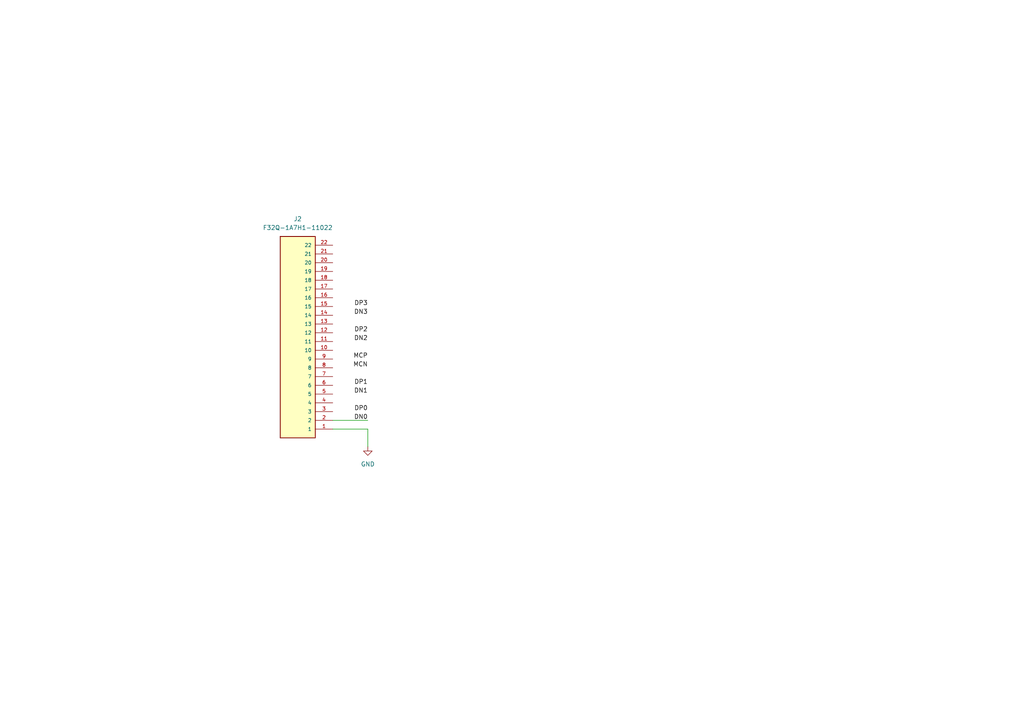
<source format=kicad_sch>
(kicad_sch (version 20231120) (generator "eeschema") (generator_version "8.0")
  (paper "A4")
  (lib_symbols
    (symbol "CameraServer_Symbols:F32Q-1A7H1-11022" (pin_names (offset 1.016))
      (property "Reference" "J" (at -5.08 31.242 0))
      (property "Value" "F32Q-1A7H1-11022" (at -5.08 -30.48 0))
      (symbol "F32Q-1A7H1-11022_0_0"
        (rectangle (start -5.08 -27.94) (end 5.08 30.48) (stroke (width 0.254)) (fill (type background)))
        (pin passive line (at -10.16 27.94 0) (length 5.08) (name "1") (number "1"))
        (pin passive line (at -10.16 5.08 0) (length 5.08) (name "10") (number "10"))
        (pin passive line (at -10.16 2.54 0) (length 5.08) (name "11") (number "11"))
        (pin passive line (at -10.16 0 0) (length 5.08) (name "12") (number "12"))
        (pin passive line (at -10.16 -2.54 0) (length 5.08) (name "13") (number "13"))
        (pin passive line (at -10.16 -5.08 0) (length 5.08) (name "14") (number "14"))
        (pin passive line (at -10.16 -7.62 0) (length 5.08) (name "15") (number "15"))
        (pin passive line (at -10.16 -10.16 0) (length 5.08) (name "16") (number "16"))
        (pin passive line (at -10.16 -12.7 0) (length 5.08) (name "17") (number "17"))
        (pin passive line (at -10.16 -15.24 0) (length 5.08) (name "18") (number "18"))
        (pin passive line (at -10.16 -17.78 0) (length 5.08) (name "19") (number "19"))
        (pin passive line (at -10.16 25.4 0) (length 5.08) (name "2") (number "2"))
        (pin passive line (at -10.16 -20.32 0) (length 5.08) (name "20") (number "20"))
        (pin passive line (at -10.16 -22.86 0) (length 5.08) (name "21") (number "21"))
        (pin passive line (at -10.16 -25.4 0) (length 5.08) (name "22") (number "22"))
        (pin passive line (at -10.16 22.86 0) (length 5.08) (name "3") (number "3"))
        (pin passive line (at -10.16 20.32 0) (length 5.08) (name "4") (number "4"))
        (pin passive line (at -10.16 17.78 0) (length 5.08) (name "5") (number "5"))
        (pin passive line (at -10.16 15.24 0) (length 5.08) (name "6") (number "6"))
        (pin passive line (at -10.16 12.7 0) (length 5.08) (name "7") (number "7"))
        (pin passive line (at -10.16 10.16 0) (length 5.08) (name "8") (number "8"))
        (pin passive line (at -10.16 7.62 0) (length 5.08) (name "9") (number "9"))
      )
    )
    (symbol "power:GND" (power) (pin_numbers hide) (pin_names (offset 0) hide)
      (property "Value" "GND" (at 0 -3.81 0))
      (symbol "GND_0_1"
        (polyline (pts (xy 0 0) (xy 0 -1.27) (xy 1.27 -1.27) (xy 0 -2.54) (xy -1.27 -1.27) (xy 0 -1.27)))
      )
      (symbol "GND_1_1"
        (pin power_in line (at 0 0 270) (length 0) (name "~") (number "1"))
      )
    )
  )
  (wire (pts (xy 106.68 124.46) (xy 106.68 129.54)))
  (wire (pts (xy 96.52 124.46) (xy 106.68 124.46)))
  (wire (pts (xy 96.52 121.92) (xy 106.68 121.92)))
  (label "DN3" (at 106.68 91.44 180))
  (label "DN2" (at 106.68 99.06 180))
  (label "DP0" (at 106.68 119.38 180))
  (label "DN1" (at 106.68 114.3 180))
  (label "DP1" (at 106.68 111.76 180))
  (label "DP3" (at 106.68 88.9 180))
  (label "DN0" (at 106.68 121.92 180))
  (label "DP2" (at 106.68 96.52 180))
  (label "MCP" (at 106.68 104.14 180))
  (label "MCN" (at 106.68 106.68 180))
  (symbol (lib_id "power:GND") (at 106.68 129.54 0) (unit 1)
    (property "Reference" "#PWR022" (effects (hide yes)))
    (property "Value" "GND" (at 106.68 134.62 0))
    (property "Description" "Power symbol creates a global label with name \"GND\" , ground" (effects (hide yes)))
  )
  (symbol (lib_id "CameraServer_Symbols:F32Q-1A7H1-11022") (at 86.36 96.52 180) (unit 1)
    (property "Reference" "J2" (at 86.36 63.5 0))
    (property "Value" "F32Q-1A7H1-11022" (at 86.36 66.04 0))
    (property "Footprint" "F32Q-1A7H1-11022:AMPHENOL_F32Q-1A7H1-11022" (effects (hide yes)))
    (property "PARTREV" "D" (effects (hide yes)))
    (property "STANDARD" "Manufacturer Recommendations" (effects (hide yes)))
    (property "MAXIMUM_PACKAGE_HEIGHT" "2mm" (effects (hide yes)))
    (property "MANUFACTURER" "Amphenol" (effects (hide yes)))
  )
)
</source>
